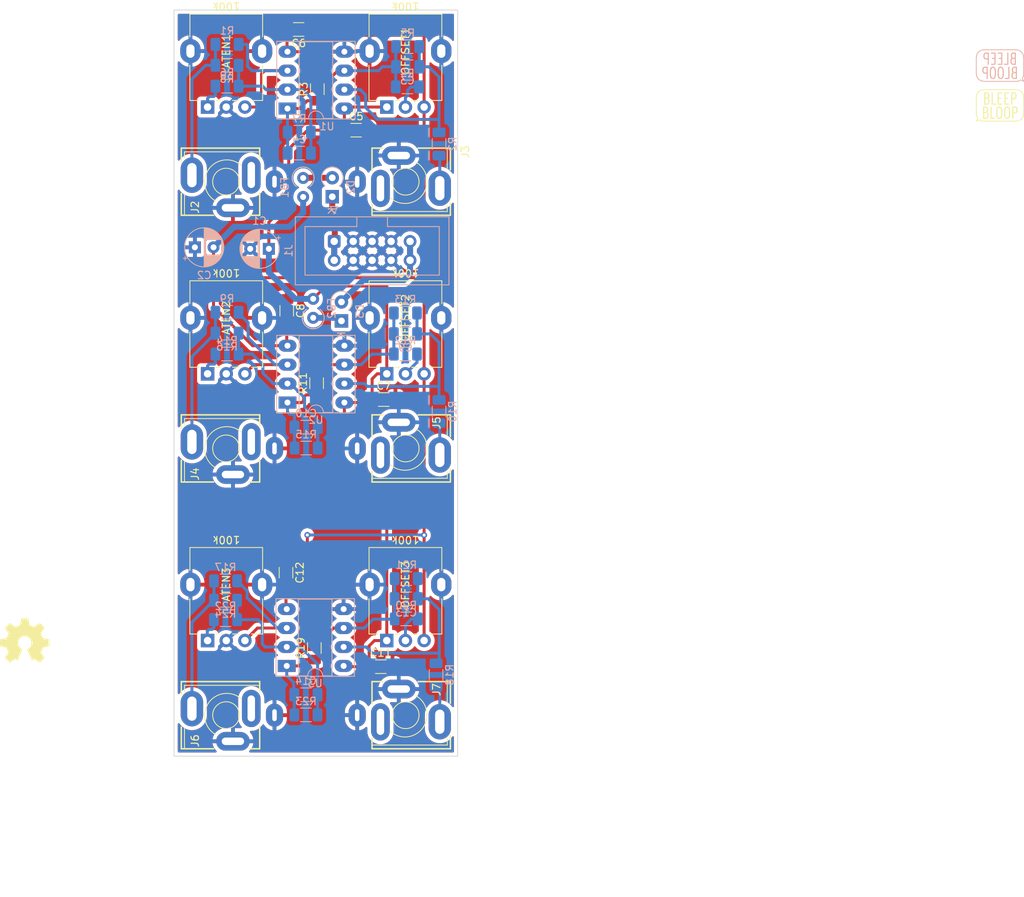
<source format=kicad_pcb>
(kicad_pcb (version 20211014) (generator pcbnew)
  (layers (0 "F.Cu" signal) (31 "B.Cu" signal) (34 "B.Paste" user) (35 "F.Paste" user) (36 "B.SilkS" user "B.Silkscreen") (37 "F.SilkS" user "F.Silkscreen") (38 "B.Mask" user) (39 "F.Mask" user) (44 "Edge.Cuts" user))
  (net 0 "")
  (net 1 "+12V")
  (net 2 "GND")
  (net 3 "-12V")
  (net 4 "Net-(ATEN1-Pad1)")
  (net 5 "Net-(ATEN1-Pad3)")
  (net 6 "-12VA")
  (net 7 "Net-(D2-Pad2)")
  (net 8 "Net-(D3-Pad1)")
  (net 9 "+12VA")
  (net 10 "Net-(C3-Pad1)")
  (net 11 "Net-(C3-Pad2)")
  (net 12 "Net-(C4-Pad1)")
  (net 13 "Net-(C4-Pad2)")
  (net 14 "/Attenuverter Block/IN")
  (net 16 "/Attenuverter Block/OUT")
  (net 18 "Net-(OFFSET1-Pad2)")
  (net 19 "Net-(ATEN2-Pad1)")
  (net 20 "Net-(ATEN2-Pad3)")
  (net 21 "Net-(ATEN3-Pad1)")
  (net 22 "Net-(ATEN3-Pad3)")
  (net 23 "Net-(C9-Pad1)")
  (net 24 "Net-(C9-Pad2)")
  (net 25 "Net-(C10-Pad1)")
  (net 26 "Net-(C10-Pad2)")
  (net 27 "Net-(C13-Pad1)")
  (net 28 "Net-(C13-Pad2)")
  (net 29 "Net-(C14-Pad1)")
  (net 30 "Net-(C14-Pad2)")
  (net 31 "/Attenuverter Block1/IN")
  (net 33 "/Attenuverter Block1/OUT")
  (net 35 "/Attenuverter Block2/IN")
  (net 37 "/Attenuverter Block2/OUT")
  (net 39 "Net-(OFFSET2-Pad2)")
  (net 40 "Net-(OFFSET3-Pad2)")
  (footprint "Capacitor_SMD:C_1206_3216Metric_Pad1.33x1.80mm_HandSolder" (layer "F.Cu") (at 164.4 66.1)
    (fp_text reference "C5")
    (fp_text value "10nF")
  )
  (footprint "My Stuff:Potentiometer_Alpha_RD901F-40-00D_Single_Vertical_w_3d" (layer "F.Cu") (at 147 91.25 90)
    (fp_text reference "ATEN2")
    (fp_text value "100k")
  )
  (footprint "My Stuff:Jack_3.5mm_MJ-355W_and_PJ398SM_Vertical" (layer "F.Cu") (at 171 73 -90)
    (fp_text reference "J3")
    (fp_text value "AudioJack2_SwitchT")
  )
  (footprint "Capacitor_SMD:C_1206_3216Metric_Pad1.33x1.80mm_HandSolder" (layer "F.Cu") (at 156.7 52.6 180)
    (fp_text reference "C6")
    (fp_text value "10nF")
  )
  (footprint "Resistor_SMD:R_1206_3216Metric_Pad1.30x1.75mm_HandSolder" (layer "F.Cu") (at 159.1 100 90)
    (fp_text reference "R11")
    (fp_text value "10k")
  )
  (footprint "Capacitor_SMD:C_1206_3216Metric_Pad1.33x1.80mm_HandSolder" (layer "F.Cu") (at 155.1 90.3 -90)
    (fp_text reference "C8")
    (fp_text value "10nF")
  )
  (footprint "My Stuff:Logo1" (layer "F.Cu") (at 250.613806 62.769585)
    (fp_text reference "LOGO1" hide)
    (fp_text value "logo1" hide)
  )
  (footprint "My Stuff:Potentiometer_Alpha_RD901F-40-00D_Single_Vertical_w_3d" (layer "F.Cu") (at 171 55.5 90)
    (fp_text reference "OFFSET1")
    (fp_text value "100k")
  )
  (footprint "Capacitor_SMD:C_1206_3216Metric_Pad1.33x1.80mm_HandSolder" (layer "F.Cu") (at 168.1 102.2)
    (fp_text reference "C7")
    (fp_text value "10nF")
  )
  (footprint "Capacitor_SMD:C_1206_3216Metric_Pad1.33x1.80mm_HandSolder" (layer "F.Cu") (at 155 125.4 -90)
    (fp_text reference "C12")
    (fp_text value "10nF")
  )
  (footprint "My Stuff:Jack_3.5mm_MJ-355W_and_PJ398SM_Vertical" (layer "F.Cu") (at 147 73 90)
    (fp_text reference "J2")
    (fp_text value "AudioJack2_SwitchT")
  )
  (footprint "My Stuff:Potentiometer_Alpha_RD901F-40-00D_Single_Vertical_w_3d" (layer "F.Cu") (at 147 55.5 90)
    (fp_text reference "ATEN1")
    (fp_text value "100k")
  )
  (footprint "My Stuff:Jack_3.5mm_MJ-355W_and_PJ398SM_Vertical" (layer "F.Cu") (at 147 108.75 90)
    (fp_text reference "J4")
    (fp_text value "AudioJack2_SwitchT")
  )
  (footprint "My Stuff:Jack_3.5mm_MJ-355W_and_PJ398SM_Vertical" (layer "F.Cu") (at 171 144.5 -90)
    (fp_text reference "J7")
    (fp_text value "AudioJack2_SwitchT")
  )
  (footprint "My Stuff:Potentiometer_Alpha_RD901F-40-00D_Single_Vertical_w_3d" (layer "F.Cu") (at 171 91.25 90)
    (fp_text reference "OFFSET2")
    (fp_text value "100k")
  )
  (footprint "Capacitor_SMD:C_1206_3216Metric_Pad1.33x1.80mm_HandSolder" (layer "F.Cu") (at 167.7 138)
    (fp_text reference "C11")
    (fp_text value "10nF")
  )
  (footprint "Resistor_SMD:R_1206_3216Metric_Pad1.30x1.75mm_HandSolder" (layer "F.Cu") (at 158.8 135.5 90)
    (fp_text reference "R19")
    (fp_text value "10k")
  )
  (footprint "Symbol:OSHW-Symbol_6.7x6mm_SilkScreen" (layer "F.Cu") (at 120 134.5)
    (fp_text reference "LOGO3" hide)
    (fp_text value "Logo_Open_Hardware_Small" hide)
  )
  (footprint "My Stuff:Potentiometer_Alpha_RD901F-40-00D_Single_Vertical_w_3d" (layer "F.Cu") (at 171 127 90)
    (fp_text reference "OFFSET3")
    (fp_text value "100k")
  )
  (footprint "Resistor_SMD:R_1206_3216Metric_Pad1.30x1.75mm_HandSolder" (layer "F.Cu") (at 159.2 60.6 90)
    (fp_text reference "R3")
    (fp_text value "10k")
  )
  (footprint "My Stuff:Logo2" (layer "F.Cu") (at 250.661245 57.429585)
    (fp_text reference "LOGO2" hide)
    (fp_text value "logo1" hide)
  )
  (footprint "My Stuff:Jack_3.5mm_MJ-355W_and_PJ398SM_Vertical" (layer "F.Cu") (at 171 108.75 -90)
    (fp_text reference "J5")
    (fp_text value "AudioJack2_SwitchT")
  )
  (footprint "My Stuff:Jack_3.5mm_MJ-355W_and_PJ398SM_Vertical" (layer "F.Cu") (at 147 144.5 90)
    (fp_text reference "J6")
    (fp_text value "AudioJack2_SwitchT")
  )
  (footprint "My Stuff:Potentiometer_Alpha_RD901F-40-00D_Single_Vertical_w_3d" (layer "F.Cu") (at 147 127 90)
    (fp_text reference "ATEN3")
    (fp_text value "100k")
  )
  (footprint "Resistor_SMD:R_1206_3216Metric_Pad1.30x1.75mm_HandSolder" (layer "B.Cu") (at 147.1 96.1 180)
    (fp_text reference "R14")
    (fp_text value "47k")
  )
  (footprint "Resistor_SMD:R_1206_3216Metric_Pad1.30x1.75mm_HandSolder" (layer "B.Cu") (at 175.5 103.8 90)
    (fp_text reference "R10")
    (fp_text value "1k")
  )
  (footprint "Resistor_SMD:R_1206_3216Metric_Pad1.30x1.75mm_HandSolder" (layer "B.Cu") (at 157.7 108.7 180)
    (fp_text reference "R15")
    (fp_text value "100k")
  )
  (footprint "Resistor_SMD:R_1206_3216Metric_Pad1.30x1.75mm_HandSolder" (layer "B.Cu") (at 171.1 126.2 180)
    (fp_text reference "R21")
    (fp_text value "10k")
  )
  (footprint "Resistor_SMD:R_1206_3216Metric_Pad1.30x1.75mm_HandSolder" (layer "B.Cu") (at 146.9 131.7 180)
    (fp_text reference "R22")
    (fp_text value "47k")
  )
  (footprint "Package_DIP:DIP-8_W7.62mm_Socket_LongPads" (layer "B.Cu") (at 155.1 137.9)
    (fp_text reference "U3")
    (fp_text value "TL072")
  )
  (footprint "Resistor_SMD:R_1206_3216Metric_Pad1.30x1.75mm_HandSolder" (layer "B.Cu") (at 171 96.1 180)
    (fp_text reference "R12")
    (fp_text value "10k")
  )
  (footprint "Resistor_SMD:R_1206_3216Metric_Pad1.30x1.75mm_HandSolder" (layer "B.Cu") (at 156.78 66.37 180)
    (fp_text reference "R7")
    (fp_text value "100k")
  )
  (footprint "Resistor_SMD:R_1206_3216Metric_Pad1.30x1.75mm_HandSolder" (layer "B.Cu") (at 175.1 139.1 90)
    (fp_text reference "R18")
    (fp_text value "1k")
  )
  (footprint "Connector_IDC:IDC-Header_2x05_P2.54mm_Vertical" (layer "B.Cu") (at 161.46 81 -90)
    (fp_text reference "J1")
    (fp_text value "Conn_02x05_Odd_Even")
  )
  (footprint "Resistor_SMD:R_1206_3216Metric_Pad1.30x1.75mm_HandSolder" (layer "B.Cu") (at 147.1 57.4)
    (fp_text reference "R8")
    (fp_text value "100k")
  )
  (footprint "Diode_THT:D_A-405_P2.54mm_Vertical_KathodeUp" (layer "B.Cu") (at 162.43 91.66 90)
    (fp_text reference "D3")
    (fp_text value "D")
  )
  (footprint "Diode_THT:D_A-405_P2.54mm_Vertical_KathodeUp" (layer "B.Cu") (at 161.2 75.02 90)
    (fp_text reference "D2")
    (fp_text value "D")
  )
  (footprint "Resistor_SMD:R_1206_3216Metric_Pad1.30x1.75mm_HandSolder" (layer "B.Cu") (at 171.1 131.6 180)
    (fp_text reference "R20")
    (fp_text value "10k")
  )
  (footprint "Resistor_SMD:R_1206_3216Metric_Pad1.30x1.75mm_HandSolder" (layer "B.Cu") (at 146.9 129.1)
    (fp_text reference "R24")
    (fp_text value "100k")
  )
  (footprint "Resistor_SMD:R_1206_3216Metric_Pad1.30x1.75mm_HandSolder" (layer "B.Cu") (at 171.25 60.3 180)
    (fp_text reference "R4")
    (fp_text value "10k")
  )
  (footprint "Resistor_SMD:R_1206_3216Metric_Pad1.30x1.75mm_HandSolder" (layer "B.Cu") (at 147.1 60.2 180)
    (fp_text reference "R6")
    (fp_text value "47k")
  )
  (footprint "Capacitor_SMD:C_1206_3216Metric_Pad1.33x1.80mm_HandSolder" (layer "B.Cu") (at 156.78 69.170001 180)
    (fp_text reference "C4")
    (fp_text value "10pF")
  )
  (footprint "Capacitor_SMD:C_1206_3216Metric_Pad1.33x1.80mm_HandSolder" (layer "B.Cu") (at 157.67 141.76 180)
    (fp_text reference "C14")
    (fp_text value "10pF")
  )
  (footprint "Capacitor_SMD:C_1206_3216Metric_Pad1.33x1.80mm_HandSolder" (layer "B.Cu") (at 171.1 128.9)
    (fp_text reference "C13")
    (fp_text value "10pF")
  )
  (footprint "Capacitor_SMD:C_1206_3216Metric_Pad1.33x1.80mm_HandSolder" (layer "B.Cu") (at 171.3 57.6)
    (fp_text reference "C3")
    (fp_text value "10pF")
  )
  (footprint "Resistor_SMD:R_1206_3216Metric_Pad1.30x1.75mm_HandSolder" (layer "B.Cu") (at 147.1 93.3)
    (fp_text reference "R16")
    (fp_text value "100k")
  )
  (footprint "Package_DIP:DIP-8_W7.62mm_Socket_LongPads" (layer "B.Cu") (at 155.2 63.2)
    (fp_text reference "U1")
    (fp_text value "TL072")
  )
  (footprint "Capacitor_THT:CP_Radial_D5.0mm_P2.50mm" (layer "B.Cu") (at 152.705114 82 180)
    (fp_text reference "C1")
    (fp_text value "100uF")
  )
  (footprint "Resistor_SMD:R_1206_3216Metric_Pad1.30x1.75mm_HandSolder" (layer "B.Cu") (at 171.3 54.9 180)
    (fp_text reference "R5")
    (fp_text value "10k")
  )
  (footprint "Capacitor_SMD:C_1206_3216Metric_Pad1.33x1.80mm_HandSolder" (layer "B.Cu") (at 171 93.4)
    (fp_text reference "C9")
    (fp_text value "10pF")
  )
  (footprint "Resistor_SMD:R_1206_3216Metric_Pad1.30x1.75mm_HandSolder" (layer "B.Cu") (at 157.67 144.46 180)
    (fp_text reference "R23")
    (fp_text value "100k")
  )
  (footprint "Resistor_SMD:R_1206_3216Metric_Pad1.30x1.75mm_HandSolder" (layer "B.Cu") (at 147.1 90.5 180)
    (fp_text reference "R9")
    (fp_text value "100k")
  )
  (footprint "Capacitor_SMD:C_1206_3216Metric_Pad1.33x1.80mm_HandSolder" (layer "B.Cu") (at 157.7 105.9 180)
    (fp_text reference "C10")
    (fp_text value "10pF")
  )
  (footprint "Package_DIP:DIP-8_W7.62mm_Socket_LongPads" (layer "B.Cu") (at 155.2 102.6)
    (fp_text reference "U2")
    (fp_text value "TL072")
  )
  (footprint "Resistor_SMD:R_1206_3216Metric_Pad1.30x1.75mm_HandSolder" (layer "B.Cu") (at 146.9 126.5 180)
    (fp_text reference "R17")
    (fp_text value "100k")
  )
  (footprint "Resistor_SMD:R_1206_3216Metric_Pad1.30x1.75mm_HandSolder" (layer "B.Cu") (at 147.1 54.6 180)
    (fp_text reference "R1")
    (fp_text value "100k")
  )
  (footprint "Resistor_SMD:R_1206_3216Metric_Pad1.30x1.75mm_HandSolder" (layer "B.Cu") (at 171 90.6 180)
    (fp_text reference "R13")
    (fp_text value "10k")
  )
  (footprint "Capacitor_THT:CP_Radial_D5.0mm_P2.50mm" (layer "B.Cu") (at 142.794886 81.794887)
    (fp_text reference "C2")
    (fp_text value "100uF")
  )
  (footprint "Resistor_SMD:R_1206_3216Metric_Pad1.30x1.75mm_HandSolder" (layer "B.Cu") (at 175.5 67.95 90)
    (fp_text reference "R2")
    (fp_text value "1k")
  )
  (footprint "Inductor_THT:L_Axial_L6.6mm_D2.7mm_P2.54mm_Vertical_Vishay_IM-2" (layer "B.Cu") (at 157.3 72.505 -90)
    (fp_text reference "FB1")
    (fp_text value "FerriteBead")
  )
  (footprint "Inductor_THT:L_Axial_L6.6mm_D2.7mm_P2.54mm_Vertical_Vishay_IM-2" (layer "B.Cu") (at 158.64 91.245 90)
    (fp_text reference "FB2")
    (fp_text value "FerriteBead")
  )
  (gr_rect locked (start 140 50) (end 178 150) (layer "Edge.Cuts") (width 0.1) (fill none))
  (segment (start 166.1375 135.2125) (end 166.1375 138) (width 0.4) (layer "F.Cu") (net 1))
  (segment (start 168.5 63) (end 163.02 63) (width 0.4) (layer "F.Cu") (net 1))
  (segment (start 152.705114 82) (end 152.705114 78.434886) (width 0.4) (layer "F.Cu") (net 1))
  (segment (start 166.85 134.5) (end 166.1375 135.2125) (width 0.4) (layer "F.Cu") (net 1))
  (segment (start 164.73 102.6) (end 165.13 102.2) (width 0.4) (layer "F.Cu") (net 1))
  (segment (start 162.82 138) (end 162.72 137.9) (width 0.4) (layer "F.Cu") (net 1))
  (segment (start 166.1375 138) (end 162.82 138) (width 0.4) (layer "F.Cu") (net 1))
  (segment (start 162.13 111.76) (end 162.13 105.6) (width 0.4) (layer "F.Cu") (net 1))
  (segment (start 162.82 102.6) (end 164.73 102.6) (width 0.4) (layer "F.Cu") (net 1))
  (segment (start 168.5 98.75) (end 168.5 86.99) (width 0.4) (layer "F.Cu") (net 1))
  (segment (start 168.5 86.99) (end 160.355 86.99) (width 0.4) (layer "F.Cu") (net 1))
  (segment (start 165.13 102.2) (end 166.5375 102.2) (width 0.4) (layer "F.Cu") (net 1))
  (segment (start 168.5 134.5) (end 168.5 118.13) (width 0.4) (layer "F.Cu") (net 1))
  (segment (start 168.5 134.5) (end 166.85 134.5) (width 0.4) (layer "F.Cu") (net 1))
  (segment (start 155.37 75.77) (end 155.37 68.61) (width 0.4) (layer "F.Cu") (net 1))
  (segment (start 168.5 98.75) (end 167.22 98.75) (width 0.4) (layer "F.Cu") (net 1))
  (segment (start 162.82 63.2) (end 162.82 66.0825) (width 0.4) (layer "F.Cu") (net 1))
  (segment (start 166.5375 99.4325) (end 166.5375 102.2) (width 0.4) (layer "F.Cu") (net 1))
  (segment (start 162.82 66.0825) (end 162.8375 66.1) (width 0.4) (layer "F.Cu") (net 1))
  (segment (start 157.88 66.1) (end 162.8375 66.1) (width 0.4) (layer "F.Cu") (net 1))
  (segment (start 167.22 98.75) (end 166.5375 99.4325) (width 0.4) (layer "F.Cu") (net 1))
  (segment (start 163.02 63) (end 162.82 63.2) (width 0.4) (layer "F.Cu") (net 1))
  (segment (start 168.5 118.13) (end 162.13 111.76) (width 0.4) (layer "F.Cu") (net 1))
  (segment (start 155.37 68.61) (end 157.88 66.1) (width 0.4) (layer "F.Cu") (net 1))
  (segment (start 152.705114 78.434886) (end 155.37 75.77) (width 0.4) (layer "F.Cu") (net 1))
  (segment (start 162.82 104.91) (end 162.82 102.6) (width 0.4) (layer "F.Cu") (net 1))
  (segment (start 162.13 105.6) (end 162.82 104.91) (width 0.4) (layer "F.Cu") (net 1))
  (segment (start 160.355 86.99) (end 158.64 88.705) (width 0.4) (layer "F.Cu") (net 1))
  (segment (start 152.705114 85.155114) (end 152.705114 82) (width 0.8) (layer "B.Cu") (net 1))
  (segment (start 156.255 88.705) (end 152.705114 85.155114) (width 0.8) (layer "B.Cu") (net 1))
  (segment (start 158.64 88.705) (end 156.255 88.705) (width 0.8) (layer "B.Cu") (net 1))
  (segment (start 173.5 98.75) (end 173.5 85.87) (width 0.4) (layer "F.Cu") (net 3))
  (segment (start 157.86 126.55) (end 157.86 120.35) (width 0.4) (layer "F.Cu") (net 3))
  (segment (start 155 126.9625) (end 157.4475 126.9625) (width 0.4) (layer "F.Cu") (net 3))
  (segment (start 173.5 134.5) (end 173.5 120.37) (width 0.4) (layer "F.Cu") (net 3))
  (segment (start 155 130.18) (end 155.1 130.28) (width 0.4) (layer "F.Cu") (net 3))
  (segment (start 173.5 85.87) (end 173.5 63) (width 0.4) (layer "F.Cu") (net 3))
  (segment (start 173.5 85.87) (end 145.45 85.87) (width 0.4) (layer "F.Cu") (net 3))
  (segment (start 155.1 91.8625) (end 155.1 94.88) (width 0.4) (layer "F.Cu") (net 3))
  (segment (start 161.19 53.38) (end 158.99 55.58) (width 0.4) (layer "F.Cu") (net 3))
  (segment (start 155 126.9625) (end 155 130.18) (width 0.4) (layer "F.Cu") (net 3))
  (segment (start 145.294886 85.714886) (end 145.294886 89.744886) (width 0.4) (layer "F.Cu") (net 3))
  (segment (start 173.5 53.38) (end 161.19 53.38) (width 0.4) (layer "F.Cu") (net 3))
  (segment (start 173.5 120.37) (end 173.5 98.75) (width 0.4) (layer "F.Cu") (net 3))
  (segment (start 145.294886 89.744886) (end 150.53 94.98) (width 0.4) (layer "F.Cu") (net 3))
  (segment (start 145.294886 81.794887) (end 145.294886 85.714886) (width 0.4) (layer "F.Cu") (net 3))
  (segment (start 157.4475 126.9625) (end 157.86 126.55) (width 0.4) (layer "F.Cu") (net 3))
  (segment (start 155.1375 52.6) (end 155.1375 55.5175) (width 0.4) (layer "F.Cu") (net 3))
  (segment (start 150.53 94.98) (end 155.2 94.98) (width 0.4) (layer "F.Cu") (net 3))
  (segment (start 155.1375 55.5175) (end 155.2 55.58) (width 0.4) (layer "F.Cu") (net 3))
  (segment (start 145.45 85.87) (end 145.294886 85.714886) (width 0.4) (layer "F.Cu") (net 3))
  (segment (start 155.1 94.88) (end 155.2 94.98) (width 0.4) (layer "F.Cu") (net 3))
  (segment (start 173.5 63) (end 173.5 53.38) (width 0.4) (layer "F.Cu") (net 3))
  (segment (start 158.99 55.58) (end 155.2 55.58) (width 0.4) (layer "F.Cu") (net 3))
  (via (at 173.5 120.37) (size 0.8) (drill 0.4) (layers "F.Cu" "B.Cu") (net 3))
  (via (at 157.86 120.35) (size 0.8) (drill 0.4) (layers "F.Cu" "B.Cu") (net 3))
  (segment (start 148.049773 79.04) (end 155.44 79.04) (width 0.8) (layer "B.Cu") (net 3))
  (segment (start 157.3 77.18) (end 157.3 75.045) (width 0.8) (layer "B.Cu") (net 3))
  (segment (start 173.48 120.35) (end 173.5 120.37) (width 0.4) (layer "B.Cu") (net 3))
  (segment (start 157.86 120.35) (end 173.48 120.35) (width 0.4) (layer "B.Cu") (net 3))
  (segment (start 145.294886 81.794887) (end 148.049773 79.04) (width 0.8) (layer "B.Cu") (net 3))
  (segment (start 155.44 79.04) (end 157.3 77.18) (width 0.8) (layer "B.Cu") (net 3))
  (segment (start 144.5 63) (end 144.5 61.84) (width 0.4) (layer "B.Cu") (net 4))
  (segment (start 145.33 61.58) (end 145.55 61.36) (width 0.4) (layer "B.Cu") (net 4))
  (segment (start 144.76 61.58) (end 145.33 61.58) (width 0.4) (layer "B.Cu") (net 4))
  (segment (start 144.5 61.84) (end 144.76 61.58) (width 0.4) (layer "B.Cu") (net 4))
  (segment (start 145.55 61.36) (end 145.55 60.2) (width 0.4) (layer "B.Cu") (net 4))
  (segment (start 151.72 58.55) (end 152.15 58.12) (width 0.4) (layer "F.Cu") (net 5))
  (segment (start 151.08 63) (end 151.72 62.36) (width 0.4) (layer "F.Cu") (net 5))
  (segment (start 151.72 62.36) (end 151.72 58.55) (width 0.4) (layer "F.Cu") (net 5))
  (segment (start 149.5 63) (end 151.08 63) (width 0.4) (layer "F.Cu") (net 5))
  (segment (start 152.15 58.12) (end 155.2 58.12) (width 0.4) (layer "F.Cu") (net 5))
  (segment (start 148.65 54.6) (end 149.71 54.6) (width 0.4) (layer "B.Cu") (net 5))
  (segment (start 155.2 58.12) (end 150.44 58.12) (width 0.4) (layer "B.Cu") (net 5))
  (segment (start 150.44 58.12) (end 149.86 57.54) (width 0.4) (layer "B.Cu") (net 5))
  (segment (start 149.71 54.6) (end 149.86 54.75) (width 0.4) (layer "B.Cu") (net 5))
  (segment (start 149.86 57.54) (end 149.86 54.75) (width 0.4) (layer "B.Cu") (net 5))
  (segment (start 161.2 75.02) (end 161.2 77.63) (width 0.8) (layer "F.Cu") (net 6))
  (segment (start 161.46 83.54) (end 161.46 81) (width 0.8) (layer "F.Cu") (net 6))
  (segment (start 161.54 80.92) (end 161.46 81) (width 0.8) (layer "F.Cu") (net 6))
  (segment (start 161.2 77.63) (end 161.54 77.97) (width 0.8) (layer "F.Cu") (net 6))
  (segment (start 161.54 77.97) (end 161.54 80.92) (width 0.8) (layer "F.Cu") (net 6))
  (segment (start 161.46 83.54) (end 161.46 81) (width 0.8) (layer "B.Cu") (net 6))
  (segment (start 161.2 72.48) (end 157.325 72.48) (width 0.8) (layer "F.Cu") (net 7))
  (segment (start 157.325 72.48) (end 157.3 72.505) (width 0.8) (layer "F.Cu") (net 7))
  (segment (start 158.64 91.245) (end 162.015 91.245) (width 0.8) (layer "B.Cu") (net 8))
  (segment (start 162.015 91.245) (end 162.43 91.66) (width 0.8) (layer "B.Cu") (net 8))
  (segment (start 171.62 81) (end 171.62 83.54) (width 0.8) (layer "F.Cu") (net 9))
  (segment (start 170.79 86.2) (end 171.62 85.37) (width 0.8) (layer "B.Cu") (net 9))
  (segment (start 162.43 89.12) (end 165.35 86.2) (width 0.8) (layer "B.Cu") (net 9))
  (segment (start 165.35 86.2) (end 170.79 86.2) (width 0.8) (layer "B.Cu") (net 9))
  (segment (start 171.62 83.54) (end 171.62 81) (width 0.8) (layer "B.Cu") (net 9))
  (segment (start 171.62 85.37) (end 171.62 83.54) (width 0.8) (layer "B.Cu") (net 9))
  (segment (start 161.94 58.12) (end 161.06 59) (width 0.4) (layer "F.Cu") (net 10))
  (segment (start 162.82 58.12) (end 161.94 58.12) (width 0.4) (layer "F.Cu") (net 10))
  (segment (start 161.06 59) (end 159.25 59) (width 0.4) (layer "F.Cu") (net 10))
  (segment (start 159.25 59) (end 159.2 59.05) (width 0.4) (layer "F.Cu") (net 10))
  (segment (start 169.75 54.9) (end 169.7 54.95) (width 0.4) (layer "B.Cu") (net 10))
  (segment (start 167.4 58.12) (end 167.93 57.59) (width 0.4) (layer "B.Cu") (net 10))
  (segment (start 169.7 54.95) (end 169.7 60.3) (width 0.4) (layer "B.Cu") (net 10))
  (segment (start 169.7275 57.59) (end 169.7375 57.6) (width 0.4) (layer "B.Cu") (net 10))
  (segment (start 167.93 57.59) (end 169.7275 57.59) (width 0.4) (layer "B.Cu") (net 10))
  (segment (start 162.82 58.12) (end 167.4 58.12) (width 0.4) (layer "B.Cu") (net 10))
  (segment (start 167.27 64.66) (end 165.67 63.06) (width 0.4) (layer "B.Cu") (net 11))
  (segment (start 175.5 58.97) (end 174.13 57.6) (width 0.4) (layer "B.Cu") (net 11))
  (segment (start 175.5 66.4) (end 175.5 64.66) (width 0.4) (layer "B.Cu") (net 11))
  (segment (start 164.94 60.66) (end 162.82 60.66) (width 0.4) (layer "B.Cu") (net 11))
  (segment (start 165.67 63.06) (end 165.67 61.39) (width 0.4) (layer "B.Cu") (net 11))
  (segment (start 175.5 64.66) (end 175.5 58.97) (width 0.4) (layer "B.Cu") (net 11))
  (segment (start 165.67 61.39) (end 164.94 60.66) (width 0.4) (layer "B.Cu") (net 11))
  (segment (start 172.85 54.9) (end 172.85 57.5875) (width 0.4) (layer "B.Cu") (net 11))
  (segment (start 172.85 57.5875) (end 172.8625 57.6) (width 0.4) (layer "B.Cu") (net 11))
  (segment (start 175.5 64.66) (end 167.27 64.66) (width 0.4) (layer "B.Cu") (net 11))
  (segment (start 174.13 57.6) (end 172.8625 57.6) (width 0.4) (layer "B.Cu") (net 11))
  (segment (start 158.33 69.157501) (end 158.3425 69.170001) (width 0.4) (layer "B.Cu") (net 12))
  (segment (start 155.2 60.66) (end 152.32 60.66) (width 0.4) (layer "B.Cu") (net 12))
  (segment (start 155.2 60.66) (end 157.26 60.66) (width 0.4) (layer "B.Cu") (net 12))
  (segment (start 152.32 60.66) (end 151.86 60.2) (width 0.4) (layer "B.Cu") (net 12))
  (segment (start 148.65 57.4) (end 148.65 60.2) (width 0.4) (layer "B.Cu") (net 12))
  (segment (start 158.33 66.37) (end 158.33 61.73) (width 0.4) (layer "B.Cu") (net 12))
  (segment (start 151.86 60.2) (end 148.65 60.2) (width 0.4) (layer "B.Cu") (net 12))
  (segment (start 158.33 66.37) (end 158.33 69.157501) (width 0.4) (layer "B.Cu") (net 12))
  (segment (start 158.33 61.73) (end 157.26 60.66) (width 0.4) (layer "B.Cu") (net 12))
  (segment (start 156.81 63.2) (end 155.2 63.2) (width 0.4) (layer "F.Cu") (net 13))
  (segment (start 159.2 62.15) (end 157.86 62.15) (width 0.4) (layer "F.Cu") (net 13))
  (segment (start 157.86 62.15) (end 156.81 63.2) (width 0.4) (layer "F.Cu") (net 13))
  (segment (start 155.2175 69.170001) (end 155.2175 66.3825) (width 0.4) (layer "B.Cu") (net 13))
  (segment (start 155.2 66.34) (end 155.23 66.37) (width 0.4) (layer "B.Cu") (net 13))
  (segment (start 155.2175 66.3825) (end 155.23 66.37) (width 0.4) (layer "B.Cu") (net 13))
  (segment (start 155.2 63.2) (end 155.2 66.34) (width 0.4) (layer "B.Cu") (net 13))
  (segment (start 144.24 57.4) (end 142.38 59.26) (width 0.4) (layer "B.Cu") (net 14))
  (segment (start 142.4 59.28) (end 142.4 72.125) (width 0.4) (layer "B.Cu") (net 14))
  (segment (start 145.55 57.4) (end 144.24 57.4) (width 0.4) (layer "B.Cu") (net 14))
  (segment (start 142.38 59.26) (end 142.4 59.28) (width 0.4) (layer "B.Cu") (net 14))
  (segment (start 145.55 57.4) (end 145.55 54.6) (width 0.4) (layer "B.Cu") (net 14))
  (segment (start 175.6 69.6) (end 175.6 73.875) (width 0.4) (layer "B.Cu") (net 16))
  (segment (start 175.5 69.5) (end 175.6 69.6) (width 0.4) (layer "B.Cu") (net 16))
  (segment (start 171.3 60.75) (end 171.75 60.3) (width 0.4) (layer "B.Cu") (net 18))
  (segment (start 171.75 60.3) (end 172.8 60.3) (width 0.4) (layer "B.Cu") (net 18))
  (segment (start 171 61.72) (end 171.3 61.42) (width 0.4) (layer "B.Cu") (net 18))
  (segment (start 171 63) (end 171 61.72) (width 0.4) (layer "B.Cu") (net 18))
  (segment (start 171.3 61.42) (end 171.3 60.75) (width 0.4) (layer "B.Cu") (net 18))
  (segment (start 145.55 97.3) (end 145.55 96.1) (width 0.4) (layer "B.Cu") (net 19))
  (segment (start 145.4 97.45) (end 145.55 97.3) (width 0.4) (layer "B.Cu") (net 19))
  (segment (start 144.5 98.75) (end 144.5 97.67) (width 0.4) (layer "B.Cu") (net 19))
  (segment (start 144.72 97.45) (end 145.4 97.45) (width 0.4) (layer "B.Cu") (net 19))
  (segment (start 144.5 97.67) (end 144.72 97.45) (width 0.4) (layer "B.Cu") (net 19))
  (segment (start 150.73 97.52) (end 149.5 98.75) (width 0.4) (layer "F.Cu") (net 20))
  (segment (start 155.2 97.52) (end 150.73 97.52) (width 0.4) (layer "F.Cu") (net 20))
  (segment (start 153.52 97.52) (end 155.2 97.52) (width 0.4) (layer "B.Cu") (net 20))
  (segment (start 148.65 90.5) (end 148.65 90.62) (width 0.4) (layer "B.Cu") (net 20))
  (segment (start 149.93 93.93) (end 153.52 97.52) (width 0.4) (layer "B.Cu") (net 20))
  (segment (start 149.93 91.9) (end 149.93 93.93) (width 0.4) (layer "B.Cu") (net 20))
  (segment (start 148.65 90.62) (end 149.93 91.9) (width 0.4) (layer "B.Cu") (net 20))
  (segment (start 144.68 133) (end 144.46 133.22) (width 0.4) (layer "B.Cu") (net 21))
  (segment (start 144.46 133.22) (end 144.46 134.46) (width 0.4) (layer "B.Cu") (net 21))
  (segment (start 145.35 132.73) (end 145.08 133) (width 0.4) (layer "B.Cu") (net 21))
  (segment (start 144.46 134.46) (end 144.5 134.5) (width 0.4) (layer "B.Cu") (net 21))
  (segment (start 145.35 131.7) (end 145.35 132.73) (width 0.4) (layer "B.Cu") (net 21))
  (segment (start 145.08 133) (end 144.68 133) (width 0.4) (layer "B.Cu") (net 21))
  (segment (start 155.1 132.82) (end 151.18 132.82) (width 0.4) (layer "F.Cu") (net 22))
  (segment (start 151.18 132.82) (end 149.5 134.5) (width 0.4) (layer "F.Cu") (net 22))
  (segment (start 155.1 132.82) (end 153.84 132.82) (width 0.4) (layer "B.Cu") (net 22))
  (segment (start 149.79 128.77) (end 149.79 127.84) (width 0.4) (layer "B.Cu") (net 22))
  (segment (start 149.79 127.84) (end 148.45 126.5) (width 0.4) (layer "B.Cu") (net 22))
  (segment (start 153.84 132.82) (end 149.79 128.77) (width 0.4) (layer "B.Cu") (net 22))
  (segment (start 161.03 97.52) (end 162.82 97.52) (width 0.4) (layer "F.Cu") (net 23))
  (segment (start 160.71 98.15) (end 160.71 97.8) (width 0.4) (layer "F.Cu") (net 23))
  (segment (start 160.71 97.8) (end 161.01 97.5) (width 0.4) (layer "F.Cu") (net 23))
  (segment (start 160.41 98.45) (end 160.71 98.15) (width 0.4) (layer "F.Cu") (net 23))
  (segment (start 159.1 98.45) (end 160.41 98.45) (width 0.4) (layer "F.Cu") (net 23))
  (segment (start 161.01 97.5) (end 161.03 97.52) (width 0.4) (layer "F.Cu") (net 23))
  (segment (start 169.43 96.12) (end 169.45 96.1) (width 0.4) (layer "B.Cu") (net 23))
  (segment (start 162.82 97.52) (end 165.08 97.52) (width 0.4) (layer "B.Cu") (net 23))
  (segment (start 166.48 96.12) (end 169.43 96.12) (width 0.4) (layer "B.Cu") (net 23))
  (segment (start 169.45 90.6) (end 169.45 96.1) (width 0.4) (layer "B.Cu") (net 23))
  (segment (start 165.08 97.52) (end 166.48 96.12) (width 0.4) (layer "B.Cu") (net 23))
  (segment (start 172.55 93.3875) (end 172.5625 93.4) (width 0.4) (layer "B.Cu") (net 24))
  (segment (start 172.5625 93.4) (end 174.35 93.4) (width 0.4) (layer "B.Cu") (net 24))
  (segment (start 175.5 94.55) (end 175.5 100.44) (width 0.4) (layer "B.Cu") (net 24))
  (segment (start 165.49 100.05) (end 165.48 100.06) (width 0.4) (layer "B.Cu") (net 24))
  (segment (start 175.5 100.44) (end 165.88 100.44) (width 0.4) (layer "B.Cu") (net 24))
  (segment (start 165.48 100.06) (end 162.82 100.06) (width 0.4) (layer "B.Cu") (net 24))
  (segment (start 175.5 100.44) (end 175.5 102.25) (width 0.4) (layer "B.Cu") (net 24))
  (segment (start 174.35 93.4) (end 175.5 94.55) (width 0.4) (layer "B.Cu") (net 24))
  (segment (start 165.88 100.44) (end 165.49 100.05) (width 0.4) (layer "B.Cu") (net 24))
  (segment (start 172.55 90.6) (end 172.55 93.3875) (width 0.4) (layer "B.Cu") (net 24))
  (segment (start 157.49 103.2) (end 157.49 101.95) (width 0.4) (layer "B.Cu") (net 25))
  (segment (start 151.91 97.52) (end 150.49 96.1) (width 0.4) (layer "B.Cu") (net 25))
  (segment (start 155.6 100.06) (end 155.2 100.06) (width 0.4) (layer "B.Cu") (net 25))
  (segment (start 148.65 96.1) (end 148.65 93.3) (width 0.4) (layer "B.Cu") (net 25))
  (segment (start 159.2625 104.9725) (end 157.49 103.2) (width 0.4) (layer "B.Cu") (net 25))
  (segment (start 159.2625 105.9) (end 159.2625 108.6875) (width 0.4) (layer "B.Cu") (net 25))
  (segment (start 159.2625 105.9) (end 159.2625 104.9725) (width 0.4) (layer "B.Cu") (net 25))
  (segment (start 159.2625 108.6875) (end 159.25 108.7) (width 0.4) (layer "B.Cu") (net 25))
  (segment (start 150.49 96.1) (end 148.65 96.1) (width 0.4) (layer "B.Cu") (net 25))
  (segment (start 155.2 100.06) (end 153.31 100.06) (width 0.4) (layer "B.Cu") (net 25))
  (segment (start 153.31 100.06) (end 151.91 98.66) (width 0.4) (layer "B.Cu") (net 25))
  (segment (start 157.49 101.95) (end 155.6 100.06) (width 0.4) (layer "B.Cu") (net 25))
  (segment (start 151.91 98.66) (end 151.91 97.52) (width 0.4) (layer "B.Cu") (net 25))
  (segment (start 157.37 101.89) (end 157.37 102.36) (width 0.4) (layer "F.Cu") (net 26))
  (segment (start 155.2 102.6) (end 157.13 102.6) (width 0.4) (layer "F.Cu") (net 26))
  (segment (start 159.1 101.55) (end 159.07 101.58) (width 0.4) (layer "F.Cu") (net 26))
  (segment (start 159.07 101.58) (end 157.68 101.58) (width 0.4) (layer "F.Cu") (net 26))
  (segment (start 157.68 101.58) (end 157.37 101.89) (width 0.4) (layer "F.Cu") (net 26))
  (segment (start 157.13 102.6) (end 157.37 102.36) (width 0.4) (layer "F.Cu") (net 26))
  (segment (start 155.2 103.88) (end 155.49 104.17) (width 0.4) (layer "B.Cu") (net 26))
  (segment (start 156.1375 108.6875) (end 156.15 108.7) (width 0.4) (layer "B.Cu") (net 26))
  (segment (start 156.1375 104.2875) (end 156.1375 105.9) (width 0.4) (layer "B.Cu") (net 26))
  (segment (start 155.2 102.6) (end 155.2 103.88) (width 0.4) (layer "B.Cu") (net 26))
  (segment (start 155.49 104.17) (end 156.02 104.17) (width 0.4) (layer "B.Cu") (net 26))
  (segment (start 156.02 104.17) (end 156.1375 104.2875) (width 0.4) (layer "B.Cu") (net 26))
  (segment (start 156.1375 105.9) (end 156.1375 108.6875) (width 0.4) (layer "B.Cu") (net 26))
  (segment (start 158.8 133.95) (end 160.24 133.95) (width 0.4) (layer "F.Cu") (net 27))
  (segment (start 161.37 132.82) (end 162.72 132.82) (width 0.4) (layer "F.Cu") (net 27))
  (segment (start 160.24 133.95) (end 161.37 132.82) (width 0.4) (layer "F.Cu") (net 27))
  (segment (start 169.51 131.64) (end 169.55 131.6) (width 0.4) (layer "B.Cu") (net 27))
  (segment (start 162.72 132.82) (end 165.5 132.82) (width 0.4) (layer "B.Cu") (net 27))
  (segment (start 169.55 126.2) (end 169.55 131.6) (width 0.4) (layer "B.Cu") (net 27))
  (segment (start 165.5 132.82) (end 166.68 131.64) (width 0.4) (layer "B.Cu") (net 27))
  (segment (start 166.68 131.64) (end 169.51 131.64) (width 0.4) (layer "B.Cu") (net 27))
  (segment (start 166.57 136.19) (end 175.53 136.19) (width 0.4) (layer "B.Cu") (net 28))
  (segment (start 172.6625 128.9) (end 174.06 128.9) (width 0.4) (layer "B.Cu") (net 28))
  (segment (start 172.65 128.8875) (end 172.6625 128.9) (width 0.4) (layer "B.Cu") (net 28))
  (segment (start 162.72 135.36) (end 165.74 135.36) (width 0.4) (layer "B.Cu") (net 28))
  (segment (start 175.53 136.19) (end 175.53 137.12) (width 0.4) (layer "B.Cu") (net 28))
  (segment (start 172.65 126.2) (end 172.65 128.8875) (width 0.4) (layer "B.Cu") (net 28))
  (segment (start 175.53 137.12) (end 175.1 137.55) (width 0.4) (layer "B.Cu") (net 28))
  (segment (start 175.53 130.37) (end 175.53 136.19) (width 0.4) (layer "B.Cu") (net 28))
  (segment (start 165.74 135.36) (end 166.57 136.19) (width 0.4) (layer "B.Cu") (net 28))
  (segment (start 174.06 128.9) (end 175.53 130.37) (width 0.4) (layer "B.Cu") (net 28))
  (segment (start 151.27 131.7) (end 151.83 132.26) (width 0.4) (layer "B.Cu") (net 29))
  (segment (start 159.2325 141.76) (end 159.2325 137.6525) (width 0.4) (layer "B.Cu") (net 29))
  (segment (start 151.83 132.26) (end 151.83 134.98) (width 0.4) (layer "B.Cu") (net 29))
  (segment (start 159.2325 137.6525) (end 156.94 135.36) (width 0.4) (layer "B.Cu") (net 29))
  (segment (start 159.22 144.46) (end 159.22 141.7725) (width 0.4) (layer "B.Cu") (net 29))
  (segment (start 156.94 135.36) (end 155.1 135.36) (width 0.4) (layer "B.Cu") (net 29))
  (segment (start 148.45 129.1) (end 148.45 131.7) (width 0.4) (layer "B.Cu") (net 29))
  (segment (start 148.45 131.7) (end 151.27 131.7) (width 0.4) (layer "B.Cu") (net 29))
  (segment (start 152.21 135.36) (end 155.1 135.36) (width 0.4) (layer "B.Cu") (net 29))
  (segment (start 151.83 134.98) (end 152.21 135.36) (width 0.4) (layer "B.Cu") (net 29))
  (segment (start 159.22 141.7725) (end 159.2325 141.76) (width 0.4) (layer "B.Cu") (net 29))
  (segment (start 158.8 137.05) (end 157.57 137.05) (width 0.4) (layer "F.Cu") (net 30))
  (segment (start 157.57 137.05) (end 156.72 137.9) (width 0.4) (layer "F.Cu") (net 30))
  (segment (start 156.72 137.9) (end 155.1 137.9) (width 0.4) (layer "F.Cu") (net 30))
  (segment (start 156.03 140.12) (end 156.03 141.6825) (width 0.4) (layer "B.Cu") (net 30))
  (segment (start 155.1 137.9) (end 155.1 139.19) (width 0.4) (layer "B.Cu") (net 30))
  (segment (start 156.1075 144.4475) (end 156.12 144.46) (width 0.4) (layer "B.Cu") (net 30))
  (segment (start 156.03 141.6825) (end 156.1075 141.76) (width 0.4) (layer "B.Cu") (net 30))
  (segment (start 156.1075 141.76) (end 156.1075 144.4475) (width 0.4) (layer "B.Cu") (net 30))
  (segment (start 155.1 139.19) (end 156.03 140.12) (width 0.4) (layer "B.Cu") (net 30))
  (segment (start 145.55 93.3) (end 145.55 90.5) (width 0.4) (layer "B.Cu") (net 31))
  (segment (start 145.55 93.3) (end 142.4 96.45) (width 0.4) (layer "B.Cu") (net 31))
  (segment (start 142.4 96.45) (end 142.4 107.875) (width 0.4) (layer "B.Cu") (net 31))
  (segment (start 175.5 105.35) (end 175.6 105.45) (width 0.4) (layer "B.Cu") (net 33))
  (segment (start 175.6 105.45) (end 175.6 109.625) (width 0.4) (layer "B.Cu") (net 33))
  (segment (start 145.35 129.1) (end 142.4 132.05) (width 0.4) (layer "B.Cu") (net 35))
  (segment (start 142.4 132.05) (end 142.4 143.625) (width 0.4) (layer "B.Cu") (net 35))
  (segment (start 145.35 126.5) (end 145.35 129.1) (width 0.4) (layer "B.Cu") (net 35))
  (segment (start 175.1 140.65) (end 175.6 141.15) (width 0.4) (layer "B.Cu") (net 37))
  (segment (start 175.6 141.15) (end 175.6 145.375) (width 0.4) (layer "B.Cu") (net 37))
  (segment (start 172.55 96.1) (end 172.55 97.2) (width 0.4) (layer "B.Cu") (net 39))
  (segment (start 172.55 97.2) (end 171 98.75) (width 0.4) (layer "B.Cu") (net 39))
  (segment (start 171 134.5) (end 171 132.41) (width 0.4) (layer "B.Cu") (net 40))
  (segment (start 171.81 131.6) (end 172.65 131.6) (width 0.4) (layer "B.Cu") (net 40))
  (segment (start 171 132.41) (end 171.81 131.6) (width 0.4) (layer "B.Cu") (net 40))
  (zone locked (net 2) (net_name "GND") (layers F&B.Cu) (connect_pads (clearance 0.508)) (min_thickness 0.254) (fill yes (thermal_gap 0.508) (thermal_bridge_width 0.508))
    (polygon (pts (xy 177.5 149.5) (xy 140.5 149.5) (xy 140.5 50.5) (xy 177.5 50.5)))
  )
)
</source>
